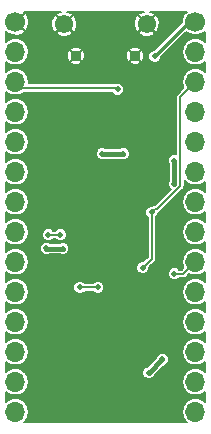
<source format=gbr>
G04 #@! TF.GenerationSoftware,KiCad,Pcbnew,(5.0.0-rc2-dev-252-gb5f1fdd98)*
G04 #@! TF.CreationDate,2018-04-01T12:07:08-07:00*
G04 #@! TF.ProjectId,smolfpga,736D6F6C667067612E6B696361645F70,rev?*
G04 #@! TF.SameCoordinates,Original*
G04 #@! TF.FileFunction,Copper,L2,Bot,Signal*
G04 #@! TF.FilePolarity,Positive*
%FSLAX46Y46*%
G04 Gerber Fmt 4.6, Leading zero omitted, Abs format (unit mm)*
G04 Created by KiCad (PCBNEW (5.0.0-rc2-dev-252-gb5f1fdd98)) date 04/01/18 12:07:08*
%MOMM*%
%LPD*%
G01*
G04 APERTURE LIST*
%ADD10O,1.700000X1.700000*%
%ADD11C,1.700000*%
%ADD12C,0.950000*%
%ADD13C,1.550000*%
%ADD14C,0.508000*%
%ADD15C,0.127000*%
%ADD16C,0.381000*%
%ADD17C,0.254000*%
%ADD18C,0.203200*%
%ADD19C,0.200000*%
G04 APERTURE END LIST*
D10*
X140970000Y-116840000D03*
X140970000Y-114300000D03*
X140970000Y-111760000D03*
X140970000Y-109220000D03*
X140970000Y-106680000D03*
X140970000Y-104140000D03*
X140970000Y-101600000D03*
X140970000Y-99060000D03*
X140970000Y-96520000D03*
X140970000Y-93980000D03*
X140970000Y-91440000D03*
X140970000Y-88900000D03*
X140970000Y-86360000D03*
D11*
X140970000Y-83820000D03*
X125730000Y-83820000D03*
D10*
X125730000Y-86360000D03*
X125730000Y-88900000D03*
X125730000Y-91440000D03*
X125730000Y-93980000D03*
X125730000Y-96520000D03*
X125730000Y-99060000D03*
X125730000Y-101600000D03*
X125730000Y-104140000D03*
X125730000Y-106680000D03*
X125730000Y-109220000D03*
X125730000Y-111760000D03*
X125730000Y-114300000D03*
X125730000Y-116840000D03*
D12*
X135850000Y-86694000D03*
X130850000Y-86694000D03*
D13*
X136850000Y-83994000D03*
X129850000Y-83994000D03*
D14*
X128524000Y-101854000D03*
X129540000Y-101854000D03*
X133350000Y-105537000D03*
X131953000Y-87757000D03*
X133331077Y-98552000D03*
X128524000Y-112649000D03*
X135289614Y-97408614D03*
X134366000Y-90297000D03*
X134747000Y-103759000D03*
X137795000Y-102266000D03*
X137456000Y-108828000D03*
X133551000Y-108585000D03*
X137302454Y-98844400D03*
X131022000Y-103877200D03*
X136271000Y-114022000D03*
X130429000Y-115316000D03*
X138038000Y-92033000D03*
X138176000Y-88466000D03*
X130545000Y-97367000D03*
X129402000Y-97409000D03*
X131710000Y-104182000D03*
X129286000Y-114681000D03*
X138176000Y-112395000D03*
X137033000Y-113538000D03*
X139192000Y-97536000D03*
X139192000Y-95567480D03*
X128350989Y-102997000D03*
X129748009Y-103005240D03*
X133077067Y-94996000D03*
X134874000Y-94996000D03*
X137287000Y-99949000D03*
X136525000Y-104648000D03*
X137541000Y-86741000D03*
X139192000Y-105156000D03*
X134375220Y-89535000D03*
X131191000Y-106299000D03*
X132715000Y-106299000D03*
D15*
X129540000Y-101854000D02*
X128524000Y-101854000D01*
D16*
X139192000Y-95567480D02*
X139192000Y-97536000D01*
X137033000Y-113538000D02*
X138176000Y-112395000D01*
D15*
X128359229Y-103005240D02*
X128350989Y-102997000D01*
D16*
X129748009Y-103005240D02*
X128359229Y-103005240D01*
X134874000Y-94996000D02*
X133077067Y-94996000D01*
D15*
X137287000Y-99949000D02*
X137540999Y-99695001D01*
X137540999Y-99695001D02*
X137690861Y-99695001D01*
X137690861Y-99695001D02*
X139700000Y-97685862D01*
X139700000Y-97685862D02*
X139700000Y-90170000D01*
X139700000Y-90170000D02*
X140970000Y-88900000D01*
X137287000Y-99949000D02*
X137287000Y-103886000D01*
X137287000Y-103886000D02*
X136525000Y-104648000D01*
D17*
X137541000Y-86741000D02*
X140462000Y-83820000D01*
X140462000Y-83820000D02*
X140970000Y-83820000D01*
D15*
X131191000Y-106299000D02*
X132715000Y-106299000D01*
X139192000Y-105156000D02*
X139954000Y-105156000D01*
X139954000Y-105156000D02*
X140970000Y-104140000D01*
X140462000Y-103632000D02*
X140970000Y-104140000D01*
D18*
X134375220Y-89421067D02*
X126251067Y-89421067D01*
X126251067Y-89421067D02*
X125730000Y-88900000D01*
D19*
G36*
X129273053Y-83062077D02*
X129209803Y-83104339D01*
X129131546Y-83268475D01*
X129850000Y-83986929D01*
X130568454Y-83268475D01*
X130490197Y-83104339D01*
X130138179Y-82944000D01*
X136588673Y-82944000D01*
X136273053Y-83062077D01*
X136209803Y-83104339D01*
X136131546Y-83268475D01*
X136850000Y-83986929D01*
X137568454Y-83268475D01*
X137490197Y-83104339D01*
X137138179Y-82944000D01*
X140219654Y-82944000D01*
X139995077Y-83168577D01*
X139820000Y-83591251D01*
X139820000Y-83858131D01*
X137491132Y-86187000D01*
X137430802Y-86187000D01*
X137227184Y-86271341D01*
X137071341Y-86427184D01*
X136987000Y-86630802D01*
X136987000Y-86851198D01*
X137071341Y-87054816D01*
X137227184Y-87210659D01*
X137430802Y-87295000D01*
X137651198Y-87295000D01*
X137854816Y-87210659D01*
X138010659Y-87054816D01*
X138095000Y-86851198D01*
X138095000Y-86790868D01*
X140204761Y-84681107D01*
X140318577Y-84794923D01*
X140741251Y-84970000D01*
X141198749Y-84970000D01*
X141621423Y-84794923D01*
X141750000Y-84666346D01*
X141750000Y-85498087D01*
X141418707Y-85276724D01*
X141083261Y-85210000D01*
X140856739Y-85210000D01*
X140521293Y-85276724D01*
X140140897Y-85530897D01*
X139886724Y-85911293D01*
X139797471Y-86360000D01*
X139886724Y-86808707D01*
X140140897Y-87189103D01*
X140521293Y-87443276D01*
X140856739Y-87510000D01*
X141083261Y-87510000D01*
X141418707Y-87443276D01*
X141750000Y-87221913D01*
X141750000Y-88038087D01*
X141418707Y-87816724D01*
X141083261Y-87750000D01*
X140856739Y-87750000D01*
X140521293Y-87816724D01*
X140140897Y-88070897D01*
X139886724Y-88451293D01*
X139797471Y-88900000D01*
X139886724Y-89348707D01*
X139934991Y-89420943D01*
X139468285Y-89887650D01*
X139437932Y-89907931D01*
X139375631Y-90001172D01*
X139357591Y-90028170D01*
X139329379Y-90170000D01*
X139336501Y-90205804D01*
X139336500Y-95027688D01*
X139302198Y-95013480D01*
X139081802Y-95013480D01*
X138878184Y-95097821D01*
X138722341Y-95253664D01*
X138638000Y-95457282D01*
X138638000Y-95677678D01*
X138701500Y-95830982D01*
X138701501Y-97272497D01*
X138638000Y-97425802D01*
X138638000Y-97646198D01*
X138722341Y-97849816D01*
X138872160Y-97999635D01*
X137546352Y-99325445D01*
X137540999Y-99324380D01*
X137505200Y-99331501D01*
X137505199Y-99331501D01*
X137399168Y-99352592D01*
X137335700Y-99395000D01*
X137176802Y-99395000D01*
X136973184Y-99479341D01*
X136817341Y-99635184D01*
X136733000Y-99838802D01*
X136733000Y-100059198D01*
X136817341Y-100262816D01*
X136923500Y-100368975D01*
X136923501Y-103735433D01*
X136564935Y-104094000D01*
X136414802Y-104094000D01*
X136211184Y-104178341D01*
X136055341Y-104334184D01*
X135971000Y-104537802D01*
X135971000Y-104758198D01*
X136055341Y-104961816D01*
X136211184Y-105117659D01*
X136414802Y-105202000D01*
X136635198Y-105202000D01*
X136838816Y-105117659D01*
X136994659Y-104961816D01*
X137079000Y-104758198D01*
X137079000Y-104608065D01*
X137518715Y-104168350D01*
X137549069Y-104148069D01*
X137629409Y-104027831D01*
X137650500Y-103921800D01*
X137650500Y-103921799D01*
X137657621Y-103886000D01*
X137650500Y-103850201D01*
X137650500Y-100368975D01*
X137756659Y-100262816D01*
X137841000Y-100059198D01*
X137841000Y-100031859D01*
X137952930Y-99957070D01*
X137973213Y-99926714D01*
X139931721Y-97968208D01*
X139962068Y-97947931D01*
X139982346Y-97917583D01*
X139982348Y-97917581D01*
X140011797Y-97873506D01*
X140042409Y-97827693D01*
X140063500Y-97721662D01*
X140063500Y-97721661D01*
X140070621Y-97685862D01*
X140063500Y-97650063D01*
X140063500Y-97233270D01*
X140140897Y-97349103D01*
X140521293Y-97603276D01*
X140856739Y-97670000D01*
X141083261Y-97670000D01*
X141418707Y-97603276D01*
X141750000Y-97381913D01*
X141750000Y-98198087D01*
X141418707Y-97976724D01*
X141083261Y-97910000D01*
X140856739Y-97910000D01*
X140521293Y-97976724D01*
X140140897Y-98230897D01*
X139886724Y-98611293D01*
X139797471Y-99060000D01*
X139886724Y-99508707D01*
X140140897Y-99889103D01*
X140521293Y-100143276D01*
X140856739Y-100210000D01*
X141083261Y-100210000D01*
X141418707Y-100143276D01*
X141750000Y-99921913D01*
X141750000Y-100738087D01*
X141418707Y-100516724D01*
X141083261Y-100450000D01*
X140856739Y-100450000D01*
X140521293Y-100516724D01*
X140140897Y-100770897D01*
X139886724Y-101151293D01*
X139797471Y-101600000D01*
X139886724Y-102048707D01*
X140140897Y-102429103D01*
X140521293Y-102683276D01*
X140856739Y-102750000D01*
X141083261Y-102750000D01*
X141418707Y-102683276D01*
X141750000Y-102461913D01*
X141750000Y-103278087D01*
X141418707Y-103056724D01*
X141083261Y-102990000D01*
X140856739Y-102990000D01*
X140521293Y-103056724D01*
X140140897Y-103310897D01*
X139886724Y-103691293D01*
X139797471Y-104140000D01*
X139886724Y-104588707D01*
X139934991Y-104660944D01*
X139803435Y-104792500D01*
X139611975Y-104792500D01*
X139505816Y-104686341D01*
X139302198Y-104602000D01*
X139081802Y-104602000D01*
X138878184Y-104686341D01*
X138722341Y-104842184D01*
X138638000Y-105045802D01*
X138638000Y-105266198D01*
X138722341Y-105469816D01*
X138878184Y-105625659D01*
X139081802Y-105710000D01*
X139302198Y-105710000D01*
X139505816Y-105625659D01*
X139611975Y-105519500D01*
X139918201Y-105519500D01*
X139954000Y-105526621D01*
X139989799Y-105519500D01*
X139989800Y-105519500D01*
X140095831Y-105498409D01*
X140216069Y-105418069D01*
X140236352Y-105387713D01*
X140449056Y-105175009D01*
X140521293Y-105223276D01*
X140856739Y-105290000D01*
X141083261Y-105290000D01*
X141418707Y-105223276D01*
X141750000Y-105001913D01*
X141750000Y-105818087D01*
X141418707Y-105596724D01*
X141083261Y-105530000D01*
X140856739Y-105530000D01*
X140521293Y-105596724D01*
X140140897Y-105850897D01*
X139886724Y-106231293D01*
X139797471Y-106680000D01*
X139886724Y-107128707D01*
X140140897Y-107509103D01*
X140521293Y-107763276D01*
X140856739Y-107830000D01*
X141083261Y-107830000D01*
X141418707Y-107763276D01*
X141750000Y-107541913D01*
X141750000Y-108358087D01*
X141418707Y-108136724D01*
X141083261Y-108070000D01*
X140856739Y-108070000D01*
X140521293Y-108136724D01*
X140140897Y-108390897D01*
X139886724Y-108771293D01*
X139797471Y-109220000D01*
X139886724Y-109668707D01*
X140140897Y-110049103D01*
X140521293Y-110303276D01*
X140856739Y-110370000D01*
X141083261Y-110370000D01*
X141418707Y-110303276D01*
X141750000Y-110081913D01*
X141750000Y-110898087D01*
X141418707Y-110676724D01*
X141083261Y-110610000D01*
X140856739Y-110610000D01*
X140521293Y-110676724D01*
X140140897Y-110930897D01*
X139886724Y-111311293D01*
X139797471Y-111760000D01*
X139886724Y-112208707D01*
X140140897Y-112589103D01*
X140521293Y-112843276D01*
X140856739Y-112910000D01*
X141083261Y-112910000D01*
X141418707Y-112843276D01*
X141750000Y-112621913D01*
X141750000Y-113438087D01*
X141418707Y-113216724D01*
X141083261Y-113150000D01*
X140856739Y-113150000D01*
X140521293Y-113216724D01*
X140140897Y-113470897D01*
X139886724Y-113851293D01*
X139797471Y-114300000D01*
X139886724Y-114748707D01*
X140140897Y-115129103D01*
X140521293Y-115383276D01*
X140856739Y-115450000D01*
X141083261Y-115450000D01*
X141418707Y-115383276D01*
X141750000Y-115161913D01*
X141750000Y-115978087D01*
X141418707Y-115756724D01*
X141083261Y-115690000D01*
X140856739Y-115690000D01*
X140521293Y-115756724D01*
X140140897Y-116010897D01*
X139886724Y-116391293D01*
X139797471Y-116840000D01*
X139886724Y-117288707D01*
X140140897Y-117669103D01*
X140239519Y-117735000D01*
X126460481Y-117735000D01*
X126559103Y-117669103D01*
X126813276Y-117288707D01*
X126902529Y-116840000D01*
X126813276Y-116391293D01*
X126559103Y-116010897D01*
X126178707Y-115756724D01*
X125843261Y-115690000D01*
X125616739Y-115690000D01*
X125281293Y-115756724D01*
X124950000Y-115978087D01*
X124950000Y-115161913D01*
X125281293Y-115383276D01*
X125616739Y-115450000D01*
X125843261Y-115450000D01*
X126178707Y-115383276D01*
X126559103Y-115129103D01*
X126813276Y-114748707D01*
X126902529Y-114300000D01*
X126813276Y-113851293D01*
X126559103Y-113470897D01*
X126494607Y-113427802D01*
X136479000Y-113427802D01*
X136479000Y-113648198D01*
X136563341Y-113851816D01*
X136719184Y-114007659D01*
X136922802Y-114092000D01*
X137143198Y-114092000D01*
X137346816Y-114007659D01*
X137502659Y-113851816D01*
X137566159Y-113698512D01*
X138336513Y-112928159D01*
X138489816Y-112864659D01*
X138645659Y-112708816D01*
X138730000Y-112505198D01*
X138730000Y-112284802D01*
X138645659Y-112081184D01*
X138489816Y-111925341D01*
X138286198Y-111841000D01*
X138065802Y-111841000D01*
X137862184Y-111925341D01*
X137706341Y-112081184D01*
X137642841Y-112234487D01*
X136872488Y-113004841D01*
X136719184Y-113068341D01*
X136563341Y-113224184D01*
X136479000Y-113427802D01*
X126494607Y-113427802D01*
X126178707Y-113216724D01*
X125843261Y-113150000D01*
X125616739Y-113150000D01*
X125281293Y-113216724D01*
X124950000Y-113438087D01*
X124950000Y-112621913D01*
X125281293Y-112843276D01*
X125616739Y-112910000D01*
X125843261Y-112910000D01*
X126178707Y-112843276D01*
X126559103Y-112589103D01*
X126813276Y-112208707D01*
X126902529Y-111760000D01*
X126813276Y-111311293D01*
X126559103Y-110930897D01*
X126178707Y-110676724D01*
X125843261Y-110610000D01*
X125616739Y-110610000D01*
X125281293Y-110676724D01*
X124950000Y-110898087D01*
X124950000Y-110081913D01*
X125281293Y-110303276D01*
X125616739Y-110370000D01*
X125843261Y-110370000D01*
X126178707Y-110303276D01*
X126559103Y-110049103D01*
X126813276Y-109668707D01*
X126902529Y-109220000D01*
X126813276Y-108771293D01*
X126559103Y-108390897D01*
X126178707Y-108136724D01*
X125843261Y-108070000D01*
X125616739Y-108070000D01*
X125281293Y-108136724D01*
X124950000Y-108358087D01*
X124950000Y-107541913D01*
X125281293Y-107763276D01*
X125616739Y-107830000D01*
X125843261Y-107830000D01*
X126178707Y-107763276D01*
X126559103Y-107509103D01*
X126813276Y-107128707D01*
X126902529Y-106680000D01*
X126813276Y-106231293D01*
X126784885Y-106188802D01*
X130637000Y-106188802D01*
X130637000Y-106409198D01*
X130721341Y-106612816D01*
X130877184Y-106768659D01*
X131080802Y-106853000D01*
X131301198Y-106853000D01*
X131504816Y-106768659D01*
X131610975Y-106662500D01*
X132295025Y-106662500D01*
X132401184Y-106768659D01*
X132604802Y-106853000D01*
X132825198Y-106853000D01*
X133028816Y-106768659D01*
X133184659Y-106612816D01*
X133269000Y-106409198D01*
X133269000Y-106188802D01*
X133184659Y-105985184D01*
X133028816Y-105829341D01*
X132825198Y-105745000D01*
X132604802Y-105745000D01*
X132401184Y-105829341D01*
X132295025Y-105935500D01*
X131610975Y-105935500D01*
X131504816Y-105829341D01*
X131301198Y-105745000D01*
X131080802Y-105745000D01*
X130877184Y-105829341D01*
X130721341Y-105985184D01*
X130637000Y-106188802D01*
X126784885Y-106188802D01*
X126559103Y-105850897D01*
X126178707Y-105596724D01*
X125843261Y-105530000D01*
X125616739Y-105530000D01*
X125281293Y-105596724D01*
X124950000Y-105818087D01*
X124950000Y-105001913D01*
X125281293Y-105223276D01*
X125616739Y-105290000D01*
X125843261Y-105290000D01*
X126178707Y-105223276D01*
X126559103Y-104969103D01*
X126813276Y-104588707D01*
X126902529Y-104140000D01*
X126813276Y-103691293D01*
X126559103Y-103310897D01*
X126178707Y-103056724D01*
X125843261Y-102990000D01*
X125616739Y-102990000D01*
X125281293Y-103056724D01*
X124950000Y-103278087D01*
X124950000Y-102886802D01*
X127796989Y-102886802D01*
X127796989Y-103107198D01*
X127881330Y-103310816D01*
X128037173Y-103466659D01*
X128240791Y-103551000D01*
X128461187Y-103551000D01*
X128594597Y-103495740D01*
X129484508Y-103495740D01*
X129637811Y-103559240D01*
X129858207Y-103559240D01*
X130061825Y-103474899D01*
X130217668Y-103319056D01*
X130302009Y-103115438D01*
X130302009Y-102895042D01*
X130217668Y-102691424D01*
X130061825Y-102535581D01*
X129858207Y-102451240D01*
X129637811Y-102451240D01*
X129484508Y-102514740D01*
X128634383Y-102514740D01*
X128461187Y-102443000D01*
X128240791Y-102443000D01*
X128037173Y-102527341D01*
X127881330Y-102683184D01*
X127796989Y-102886802D01*
X124950000Y-102886802D01*
X124950000Y-102461913D01*
X125281293Y-102683276D01*
X125616739Y-102750000D01*
X125843261Y-102750000D01*
X126178707Y-102683276D01*
X126559103Y-102429103D01*
X126813276Y-102048707D01*
X126873925Y-101743802D01*
X127970000Y-101743802D01*
X127970000Y-101964198D01*
X128054341Y-102167816D01*
X128210184Y-102323659D01*
X128413802Y-102408000D01*
X128634198Y-102408000D01*
X128837816Y-102323659D01*
X128943975Y-102217500D01*
X129120025Y-102217500D01*
X129226184Y-102323659D01*
X129429802Y-102408000D01*
X129650198Y-102408000D01*
X129853816Y-102323659D01*
X130009659Y-102167816D01*
X130094000Y-101964198D01*
X130094000Y-101743802D01*
X130009659Y-101540184D01*
X129853816Y-101384341D01*
X129650198Y-101300000D01*
X129429802Y-101300000D01*
X129226184Y-101384341D01*
X129120025Y-101490500D01*
X128943975Y-101490500D01*
X128837816Y-101384341D01*
X128634198Y-101300000D01*
X128413802Y-101300000D01*
X128210184Y-101384341D01*
X128054341Y-101540184D01*
X127970000Y-101743802D01*
X126873925Y-101743802D01*
X126902529Y-101600000D01*
X126813276Y-101151293D01*
X126559103Y-100770897D01*
X126178707Y-100516724D01*
X125843261Y-100450000D01*
X125616739Y-100450000D01*
X125281293Y-100516724D01*
X124950000Y-100738087D01*
X124950000Y-99921913D01*
X125281293Y-100143276D01*
X125616739Y-100210000D01*
X125843261Y-100210000D01*
X126178707Y-100143276D01*
X126559103Y-99889103D01*
X126813276Y-99508707D01*
X126902529Y-99060000D01*
X126813276Y-98611293D01*
X126559103Y-98230897D01*
X126178707Y-97976724D01*
X125843261Y-97910000D01*
X125616739Y-97910000D01*
X125281293Y-97976724D01*
X124950000Y-98198087D01*
X124950000Y-97381913D01*
X125281293Y-97603276D01*
X125616739Y-97670000D01*
X125843261Y-97670000D01*
X126178707Y-97603276D01*
X126559103Y-97349103D01*
X126813276Y-96968707D01*
X126902529Y-96520000D01*
X126813276Y-96071293D01*
X126559103Y-95690897D01*
X126178707Y-95436724D01*
X125843261Y-95370000D01*
X125616739Y-95370000D01*
X125281293Y-95436724D01*
X124950000Y-95658087D01*
X124950000Y-94841913D01*
X125281293Y-95063276D01*
X125616739Y-95130000D01*
X125843261Y-95130000D01*
X126178707Y-95063276D01*
X126444315Y-94885802D01*
X132523067Y-94885802D01*
X132523067Y-95106198D01*
X132607408Y-95309816D01*
X132763251Y-95465659D01*
X132966869Y-95550000D01*
X133187265Y-95550000D01*
X133340568Y-95486500D01*
X134610499Y-95486500D01*
X134763802Y-95550000D01*
X134984198Y-95550000D01*
X135187816Y-95465659D01*
X135343659Y-95309816D01*
X135428000Y-95106198D01*
X135428000Y-94885802D01*
X135343659Y-94682184D01*
X135187816Y-94526341D01*
X134984198Y-94442000D01*
X134763802Y-94442000D01*
X134610499Y-94505500D01*
X133340568Y-94505500D01*
X133187265Y-94442000D01*
X132966869Y-94442000D01*
X132763251Y-94526341D01*
X132607408Y-94682184D01*
X132523067Y-94885802D01*
X126444315Y-94885802D01*
X126559103Y-94809103D01*
X126813276Y-94428707D01*
X126902529Y-93980000D01*
X126813276Y-93531293D01*
X126559103Y-93150897D01*
X126178707Y-92896724D01*
X125843261Y-92830000D01*
X125616739Y-92830000D01*
X125281293Y-92896724D01*
X124950000Y-93118087D01*
X124950000Y-92301913D01*
X125281293Y-92523276D01*
X125616739Y-92590000D01*
X125843261Y-92590000D01*
X126178707Y-92523276D01*
X126559103Y-92269103D01*
X126813276Y-91888707D01*
X126902529Y-91440000D01*
X126813276Y-90991293D01*
X126559103Y-90610897D01*
X126178707Y-90356724D01*
X125843261Y-90290000D01*
X125616739Y-90290000D01*
X125281293Y-90356724D01*
X124950000Y-90578087D01*
X124950000Y-89761913D01*
X125281293Y-89983276D01*
X125616739Y-90050000D01*
X125843261Y-90050000D01*
X126178707Y-89983276D01*
X126419075Y-89822667D01*
X133894730Y-89822667D01*
X133905561Y-89848816D01*
X134061404Y-90004659D01*
X134265022Y-90089000D01*
X134485418Y-90089000D01*
X134689036Y-90004659D01*
X134844879Y-89848816D01*
X134929220Y-89645198D01*
X134929220Y-89424802D01*
X134844879Y-89221184D01*
X134689036Y-89065341D01*
X134485418Y-88981000D01*
X134265022Y-88981000D01*
X134172154Y-89019467D01*
X126878766Y-89019467D01*
X126902529Y-88900000D01*
X126813276Y-88451293D01*
X126559103Y-88070897D01*
X126178707Y-87816724D01*
X125843261Y-87750000D01*
X125616739Y-87750000D01*
X125281293Y-87816724D01*
X124950000Y-88038087D01*
X124950000Y-87221913D01*
X125281293Y-87443276D01*
X125616739Y-87510000D01*
X125843261Y-87510000D01*
X126178707Y-87443276D01*
X126537954Y-87203234D01*
X130347837Y-87203234D01*
X130389596Y-87336198D01*
X130670401Y-87463503D01*
X130978548Y-87473657D01*
X131267125Y-87365116D01*
X131310404Y-87336198D01*
X131352163Y-87203234D01*
X135347837Y-87203234D01*
X135389596Y-87336198D01*
X135670401Y-87463503D01*
X135978548Y-87473657D01*
X136267125Y-87365116D01*
X136310404Y-87336198D01*
X136352163Y-87203234D01*
X135850000Y-86701071D01*
X135347837Y-87203234D01*
X131352163Y-87203234D01*
X130850000Y-86701071D01*
X130347837Y-87203234D01*
X126537954Y-87203234D01*
X126559103Y-87189103D01*
X126804027Y-86822548D01*
X130070343Y-86822548D01*
X130178884Y-87111125D01*
X130207802Y-87154404D01*
X130340766Y-87196163D01*
X130842929Y-86694000D01*
X130857071Y-86694000D01*
X131359234Y-87196163D01*
X131492198Y-87154404D01*
X131619503Y-86873599D01*
X131621185Y-86822548D01*
X135070343Y-86822548D01*
X135178884Y-87111125D01*
X135207802Y-87154404D01*
X135340766Y-87196163D01*
X135842929Y-86694000D01*
X135857071Y-86694000D01*
X136359234Y-87196163D01*
X136492198Y-87154404D01*
X136619503Y-86873599D01*
X136629657Y-86565452D01*
X136521116Y-86276875D01*
X136492198Y-86233596D01*
X136359234Y-86191837D01*
X135857071Y-86694000D01*
X135842929Y-86694000D01*
X135340766Y-86191837D01*
X135207802Y-86233596D01*
X135080497Y-86514401D01*
X135070343Y-86822548D01*
X131621185Y-86822548D01*
X131629657Y-86565452D01*
X131521116Y-86276875D01*
X131492198Y-86233596D01*
X131359234Y-86191837D01*
X130857071Y-86694000D01*
X130842929Y-86694000D01*
X130340766Y-86191837D01*
X130207802Y-86233596D01*
X130080497Y-86514401D01*
X130070343Y-86822548D01*
X126804027Y-86822548D01*
X126813276Y-86808707D01*
X126902529Y-86360000D01*
X126867673Y-86184766D01*
X130347837Y-86184766D01*
X130850000Y-86686929D01*
X131352163Y-86184766D01*
X135347837Y-86184766D01*
X135850000Y-86686929D01*
X136352163Y-86184766D01*
X136310404Y-86051802D01*
X136029599Y-85924497D01*
X135721452Y-85914343D01*
X135432875Y-86022884D01*
X135389596Y-86051802D01*
X135347837Y-86184766D01*
X131352163Y-86184766D01*
X131310404Y-86051802D01*
X131029599Y-85924497D01*
X130721452Y-85914343D01*
X130432875Y-86022884D01*
X130389596Y-86051802D01*
X130347837Y-86184766D01*
X126867673Y-86184766D01*
X126813276Y-85911293D01*
X126559103Y-85530897D01*
X126178707Y-85276724D01*
X125843261Y-85210000D01*
X125616739Y-85210000D01*
X125281293Y-85276724D01*
X124950000Y-85498087D01*
X124950000Y-84607074D01*
X124957473Y-84599601D01*
X125044856Y-84771527D01*
X125461143Y-84961289D01*
X125918361Y-84977301D01*
X126346903Y-84817125D01*
X126415144Y-84771527D01*
X126441574Y-84719525D01*
X129131546Y-84719525D01*
X129209803Y-84883661D01*
X129598994Y-85060932D01*
X130026398Y-85075773D01*
X130426947Y-84925923D01*
X130490197Y-84883661D01*
X130568454Y-84719525D01*
X136131546Y-84719525D01*
X136209803Y-84883661D01*
X136598994Y-85060932D01*
X137026398Y-85075773D01*
X137426947Y-84925923D01*
X137490197Y-84883661D01*
X137568454Y-84719525D01*
X136850000Y-84001071D01*
X136131546Y-84719525D01*
X130568454Y-84719525D01*
X129850000Y-84001071D01*
X129131546Y-84719525D01*
X126441574Y-84719525D01*
X126502528Y-84599599D01*
X125730000Y-83827071D01*
X125715858Y-83841214D01*
X125708787Y-83834143D01*
X125722929Y-83820000D01*
X125737071Y-83820000D01*
X126509599Y-84592528D01*
X126681527Y-84505144D01*
X126834119Y-84170398D01*
X128768227Y-84170398D01*
X128918077Y-84570947D01*
X128960339Y-84634197D01*
X129124475Y-84712454D01*
X129842929Y-83994000D01*
X129857071Y-83994000D01*
X130575525Y-84712454D01*
X130739661Y-84634197D01*
X130916932Y-84245006D01*
X130919522Y-84170398D01*
X135768227Y-84170398D01*
X135918077Y-84570947D01*
X135960339Y-84634197D01*
X136124475Y-84712454D01*
X136842929Y-83994000D01*
X136857071Y-83994000D01*
X137575525Y-84712454D01*
X137739661Y-84634197D01*
X137916932Y-84245006D01*
X137931773Y-83817602D01*
X137781923Y-83417053D01*
X137739661Y-83353803D01*
X137575525Y-83275546D01*
X136857071Y-83994000D01*
X136842929Y-83994000D01*
X136124475Y-83275546D01*
X135960339Y-83353803D01*
X135783068Y-83742994D01*
X135768227Y-84170398D01*
X130919522Y-84170398D01*
X130931773Y-83817602D01*
X130781923Y-83417053D01*
X130739661Y-83353803D01*
X130575525Y-83275546D01*
X129857071Y-83994000D01*
X129842929Y-83994000D01*
X129124475Y-83275546D01*
X128960339Y-83353803D01*
X128783068Y-83742994D01*
X128768227Y-84170398D01*
X126834119Y-84170398D01*
X126871289Y-84088857D01*
X126887301Y-83631639D01*
X126727125Y-83203097D01*
X126681527Y-83134856D01*
X126509599Y-83047472D01*
X125737071Y-83820000D01*
X125722929Y-83820000D01*
X125708787Y-83805858D01*
X125715858Y-83798787D01*
X125730000Y-83812929D01*
X126502528Y-83040401D01*
X126453531Y-82944000D01*
X129588673Y-82944000D01*
X129273053Y-83062077D01*
X129273053Y-83062077D01*
G37*
X129273053Y-83062077D02*
X129209803Y-83104339D01*
X129131546Y-83268475D01*
X129850000Y-83986929D01*
X130568454Y-83268475D01*
X130490197Y-83104339D01*
X130138179Y-82944000D01*
X136588673Y-82944000D01*
X136273053Y-83062077D01*
X136209803Y-83104339D01*
X136131546Y-83268475D01*
X136850000Y-83986929D01*
X137568454Y-83268475D01*
X137490197Y-83104339D01*
X137138179Y-82944000D01*
X140219654Y-82944000D01*
X139995077Y-83168577D01*
X139820000Y-83591251D01*
X139820000Y-83858131D01*
X137491132Y-86187000D01*
X137430802Y-86187000D01*
X137227184Y-86271341D01*
X137071341Y-86427184D01*
X136987000Y-86630802D01*
X136987000Y-86851198D01*
X137071341Y-87054816D01*
X137227184Y-87210659D01*
X137430802Y-87295000D01*
X137651198Y-87295000D01*
X137854816Y-87210659D01*
X138010659Y-87054816D01*
X138095000Y-86851198D01*
X138095000Y-86790868D01*
X140204761Y-84681107D01*
X140318577Y-84794923D01*
X140741251Y-84970000D01*
X141198749Y-84970000D01*
X141621423Y-84794923D01*
X141750000Y-84666346D01*
X141750000Y-85498087D01*
X141418707Y-85276724D01*
X141083261Y-85210000D01*
X140856739Y-85210000D01*
X140521293Y-85276724D01*
X140140897Y-85530897D01*
X139886724Y-85911293D01*
X139797471Y-86360000D01*
X139886724Y-86808707D01*
X140140897Y-87189103D01*
X140521293Y-87443276D01*
X140856739Y-87510000D01*
X141083261Y-87510000D01*
X141418707Y-87443276D01*
X141750000Y-87221913D01*
X141750000Y-88038087D01*
X141418707Y-87816724D01*
X141083261Y-87750000D01*
X140856739Y-87750000D01*
X140521293Y-87816724D01*
X140140897Y-88070897D01*
X139886724Y-88451293D01*
X139797471Y-88900000D01*
X139886724Y-89348707D01*
X139934991Y-89420943D01*
X139468285Y-89887650D01*
X139437932Y-89907931D01*
X139375631Y-90001172D01*
X139357591Y-90028170D01*
X139329379Y-90170000D01*
X139336501Y-90205804D01*
X139336500Y-95027688D01*
X139302198Y-95013480D01*
X139081802Y-95013480D01*
X138878184Y-95097821D01*
X138722341Y-95253664D01*
X138638000Y-95457282D01*
X138638000Y-95677678D01*
X138701500Y-95830982D01*
X138701501Y-97272497D01*
X138638000Y-97425802D01*
X138638000Y-97646198D01*
X138722341Y-97849816D01*
X138872160Y-97999635D01*
X137546352Y-99325445D01*
X137540999Y-99324380D01*
X137505200Y-99331501D01*
X137505199Y-99331501D01*
X137399168Y-99352592D01*
X137335700Y-99395000D01*
X137176802Y-99395000D01*
X136973184Y-99479341D01*
X136817341Y-99635184D01*
X136733000Y-99838802D01*
X136733000Y-100059198D01*
X136817341Y-100262816D01*
X136923500Y-100368975D01*
X136923501Y-103735433D01*
X136564935Y-104094000D01*
X136414802Y-104094000D01*
X136211184Y-104178341D01*
X136055341Y-104334184D01*
X135971000Y-104537802D01*
X135971000Y-104758198D01*
X136055341Y-104961816D01*
X136211184Y-105117659D01*
X136414802Y-105202000D01*
X136635198Y-105202000D01*
X136838816Y-105117659D01*
X136994659Y-104961816D01*
X137079000Y-104758198D01*
X137079000Y-104608065D01*
X137518715Y-104168350D01*
X137549069Y-104148069D01*
X137629409Y-104027831D01*
X137650500Y-103921800D01*
X137650500Y-103921799D01*
X137657621Y-103886000D01*
X137650500Y-103850201D01*
X137650500Y-100368975D01*
X137756659Y-100262816D01*
X137841000Y-100059198D01*
X137841000Y-100031859D01*
X137952930Y-99957070D01*
X137973213Y-99926714D01*
X139931721Y-97968208D01*
X139962068Y-97947931D01*
X139982346Y-97917583D01*
X139982348Y-97917581D01*
X140011797Y-97873506D01*
X140042409Y-97827693D01*
X140063500Y-97721662D01*
X140063500Y-97721661D01*
X140070621Y-97685862D01*
X140063500Y-97650063D01*
X140063500Y-97233270D01*
X140140897Y-97349103D01*
X140521293Y-97603276D01*
X140856739Y-97670000D01*
X141083261Y-97670000D01*
X141418707Y-97603276D01*
X141750000Y-97381913D01*
X141750000Y-98198087D01*
X141418707Y-97976724D01*
X141083261Y-97910000D01*
X140856739Y-97910000D01*
X140521293Y-97976724D01*
X140140897Y-98230897D01*
X139886724Y-98611293D01*
X139797471Y-99060000D01*
X139886724Y-99508707D01*
X140140897Y-99889103D01*
X140521293Y-100143276D01*
X140856739Y-100210000D01*
X141083261Y-100210000D01*
X141418707Y-100143276D01*
X141750000Y-99921913D01*
X141750000Y-100738087D01*
X141418707Y-100516724D01*
X141083261Y-100450000D01*
X140856739Y-100450000D01*
X140521293Y-100516724D01*
X140140897Y-100770897D01*
X139886724Y-101151293D01*
X139797471Y-101600000D01*
X139886724Y-102048707D01*
X140140897Y-102429103D01*
X140521293Y-102683276D01*
X140856739Y-102750000D01*
X141083261Y-102750000D01*
X141418707Y-102683276D01*
X141750000Y-102461913D01*
X141750000Y-103278087D01*
X141418707Y-103056724D01*
X141083261Y-102990000D01*
X140856739Y-102990000D01*
X140521293Y-103056724D01*
X140140897Y-103310897D01*
X139886724Y-103691293D01*
X139797471Y-104140000D01*
X139886724Y-104588707D01*
X139934991Y-104660944D01*
X139803435Y-104792500D01*
X139611975Y-104792500D01*
X139505816Y-104686341D01*
X139302198Y-104602000D01*
X139081802Y-104602000D01*
X138878184Y-104686341D01*
X138722341Y-104842184D01*
X138638000Y-105045802D01*
X138638000Y-105266198D01*
X138722341Y-105469816D01*
X138878184Y-105625659D01*
X139081802Y-105710000D01*
X139302198Y-105710000D01*
X139505816Y-105625659D01*
X139611975Y-105519500D01*
X139918201Y-105519500D01*
X139954000Y-105526621D01*
X139989799Y-105519500D01*
X139989800Y-105519500D01*
X140095831Y-105498409D01*
X140216069Y-105418069D01*
X140236352Y-105387713D01*
X140449056Y-105175009D01*
X140521293Y-105223276D01*
X140856739Y-105290000D01*
X141083261Y-105290000D01*
X141418707Y-105223276D01*
X141750000Y-105001913D01*
X141750000Y-105818087D01*
X141418707Y-105596724D01*
X141083261Y-105530000D01*
X140856739Y-105530000D01*
X140521293Y-105596724D01*
X140140897Y-105850897D01*
X139886724Y-106231293D01*
X139797471Y-106680000D01*
X139886724Y-107128707D01*
X140140897Y-107509103D01*
X140521293Y-107763276D01*
X140856739Y-107830000D01*
X141083261Y-107830000D01*
X141418707Y-107763276D01*
X141750000Y-107541913D01*
X141750000Y-108358087D01*
X141418707Y-108136724D01*
X141083261Y-108070000D01*
X140856739Y-108070000D01*
X140521293Y-108136724D01*
X140140897Y-108390897D01*
X139886724Y-108771293D01*
X139797471Y-109220000D01*
X139886724Y-109668707D01*
X140140897Y-110049103D01*
X140521293Y-110303276D01*
X140856739Y-110370000D01*
X141083261Y-110370000D01*
X141418707Y-110303276D01*
X141750000Y-110081913D01*
X141750000Y-110898087D01*
X141418707Y-110676724D01*
X141083261Y-110610000D01*
X140856739Y-110610000D01*
X140521293Y-110676724D01*
X140140897Y-110930897D01*
X139886724Y-111311293D01*
X139797471Y-111760000D01*
X139886724Y-112208707D01*
X140140897Y-112589103D01*
X140521293Y-112843276D01*
X140856739Y-112910000D01*
X141083261Y-112910000D01*
X141418707Y-112843276D01*
X141750000Y-112621913D01*
X141750000Y-113438087D01*
X141418707Y-113216724D01*
X141083261Y-113150000D01*
X140856739Y-113150000D01*
X140521293Y-113216724D01*
X140140897Y-113470897D01*
X139886724Y-113851293D01*
X139797471Y-114300000D01*
X139886724Y-114748707D01*
X140140897Y-115129103D01*
X140521293Y-115383276D01*
X140856739Y-115450000D01*
X141083261Y-115450000D01*
X141418707Y-115383276D01*
X141750000Y-115161913D01*
X141750000Y-115978087D01*
X141418707Y-115756724D01*
X141083261Y-115690000D01*
X140856739Y-115690000D01*
X140521293Y-115756724D01*
X140140897Y-116010897D01*
X139886724Y-116391293D01*
X139797471Y-116840000D01*
X139886724Y-117288707D01*
X140140897Y-117669103D01*
X140239519Y-117735000D01*
X126460481Y-117735000D01*
X126559103Y-117669103D01*
X126813276Y-117288707D01*
X126902529Y-116840000D01*
X126813276Y-116391293D01*
X126559103Y-116010897D01*
X126178707Y-115756724D01*
X125843261Y-115690000D01*
X125616739Y-115690000D01*
X125281293Y-115756724D01*
X124950000Y-115978087D01*
X124950000Y-115161913D01*
X125281293Y-115383276D01*
X125616739Y-115450000D01*
X125843261Y-115450000D01*
X126178707Y-115383276D01*
X126559103Y-115129103D01*
X126813276Y-114748707D01*
X126902529Y-114300000D01*
X126813276Y-113851293D01*
X126559103Y-113470897D01*
X126494607Y-113427802D01*
X136479000Y-113427802D01*
X136479000Y-113648198D01*
X136563341Y-113851816D01*
X136719184Y-114007659D01*
X136922802Y-114092000D01*
X137143198Y-114092000D01*
X137346816Y-114007659D01*
X137502659Y-113851816D01*
X137566159Y-113698512D01*
X138336513Y-112928159D01*
X138489816Y-112864659D01*
X138645659Y-112708816D01*
X138730000Y-112505198D01*
X138730000Y-112284802D01*
X138645659Y-112081184D01*
X138489816Y-111925341D01*
X138286198Y-111841000D01*
X138065802Y-111841000D01*
X137862184Y-111925341D01*
X137706341Y-112081184D01*
X137642841Y-112234487D01*
X136872488Y-113004841D01*
X136719184Y-113068341D01*
X136563341Y-113224184D01*
X136479000Y-113427802D01*
X126494607Y-113427802D01*
X126178707Y-113216724D01*
X125843261Y-113150000D01*
X125616739Y-113150000D01*
X125281293Y-113216724D01*
X124950000Y-113438087D01*
X124950000Y-112621913D01*
X125281293Y-112843276D01*
X125616739Y-112910000D01*
X125843261Y-112910000D01*
X126178707Y-112843276D01*
X126559103Y-112589103D01*
X126813276Y-112208707D01*
X126902529Y-111760000D01*
X126813276Y-111311293D01*
X126559103Y-110930897D01*
X126178707Y-110676724D01*
X125843261Y-110610000D01*
X125616739Y-110610000D01*
X125281293Y-110676724D01*
X124950000Y-110898087D01*
X124950000Y-110081913D01*
X125281293Y-110303276D01*
X125616739Y-110370000D01*
X125843261Y-110370000D01*
X126178707Y-110303276D01*
X126559103Y-110049103D01*
X126813276Y-109668707D01*
X126902529Y-109220000D01*
X126813276Y-108771293D01*
X126559103Y-108390897D01*
X126178707Y-108136724D01*
X125843261Y-108070000D01*
X125616739Y-108070000D01*
X125281293Y-108136724D01*
X124950000Y-108358087D01*
X124950000Y-107541913D01*
X125281293Y-107763276D01*
X125616739Y-107830000D01*
X125843261Y-107830000D01*
X126178707Y-107763276D01*
X126559103Y-107509103D01*
X126813276Y-107128707D01*
X126902529Y-106680000D01*
X126813276Y-106231293D01*
X126784885Y-106188802D01*
X130637000Y-106188802D01*
X130637000Y-106409198D01*
X130721341Y-106612816D01*
X130877184Y-106768659D01*
X131080802Y-106853000D01*
X131301198Y-106853000D01*
X131504816Y-106768659D01*
X131610975Y-106662500D01*
X132295025Y-106662500D01*
X132401184Y-106768659D01*
X132604802Y-106853000D01*
X132825198Y-106853000D01*
X133028816Y-106768659D01*
X133184659Y-106612816D01*
X133269000Y-106409198D01*
X133269000Y-106188802D01*
X133184659Y-105985184D01*
X133028816Y-105829341D01*
X132825198Y-105745000D01*
X132604802Y-105745000D01*
X132401184Y-105829341D01*
X132295025Y-105935500D01*
X131610975Y-105935500D01*
X131504816Y-105829341D01*
X131301198Y-105745000D01*
X131080802Y-105745000D01*
X130877184Y-105829341D01*
X130721341Y-105985184D01*
X130637000Y-106188802D01*
X126784885Y-106188802D01*
X126559103Y-105850897D01*
X126178707Y-105596724D01*
X125843261Y-105530000D01*
X125616739Y-105530000D01*
X125281293Y-105596724D01*
X124950000Y-105818087D01*
X124950000Y-105001913D01*
X125281293Y-105223276D01*
X125616739Y-105290000D01*
X125843261Y-105290000D01*
X126178707Y-105223276D01*
X126559103Y-104969103D01*
X126813276Y-104588707D01*
X126902529Y-104140000D01*
X126813276Y-103691293D01*
X126559103Y-103310897D01*
X126178707Y-103056724D01*
X125843261Y-102990000D01*
X125616739Y-102990000D01*
X125281293Y-103056724D01*
X124950000Y-103278087D01*
X124950000Y-102886802D01*
X127796989Y-102886802D01*
X127796989Y-103107198D01*
X127881330Y-103310816D01*
X128037173Y-103466659D01*
X128240791Y-103551000D01*
X128461187Y-103551000D01*
X128594597Y-103495740D01*
X129484508Y-103495740D01*
X129637811Y-103559240D01*
X129858207Y-103559240D01*
X130061825Y-103474899D01*
X130217668Y-103319056D01*
X130302009Y-103115438D01*
X130302009Y-102895042D01*
X130217668Y-102691424D01*
X130061825Y-102535581D01*
X129858207Y-102451240D01*
X129637811Y-102451240D01*
X129484508Y-102514740D01*
X128634383Y-102514740D01*
X128461187Y-102443000D01*
X128240791Y-102443000D01*
X128037173Y-102527341D01*
X127881330Y-102683184D01*
X127796989Y-102886802D01*
X124950000Y-102886802D01*
X124950000Y-102461913D01*
X125281293Y-102683276D01*
X125616739Y-102750000D01*
X125843261Y-102750000D01*
X126178707Y-102683276D01*
X126559103Y-102429103D01*
X126813276Y-102048707D01*
X126873925Y-101743802D01*
X127970000Y-101743802D01*
X127970000Y-101964198D01*
X128054341Y-102167816D01*
X128210184Y-102323659D01*
X128413802Y-102408000D01*
X128634198Y-102408000D01*
X128837816Y-102323659D01*
X128943975Y-102217500D01*
X129120025Y-102217500D01*
X129226184Y-102323659D01*
X129429802Y-102408000D01*
X129650198Y-102408000D01*
X129853816Y-102323659D01*
X130009659Y-102167816D01*
X130094000Y-101964198D01*
X130094000Y-101743802D01*
X130009659Y-101540184D01*
X129853816Y-101384341D01*
X129650198Y-101300000D01*
X129429802Y-101300000D01*
X129226184Y-101384341D01*
X129120025Y-101490500D01*
X128943975Y-101490500D01*
X128837816Y-101384341D01*
X128634198Y-101300000D01*
X128413802Y-101300000D01*
X128210184Y-101384341D01*
X128054341Y-101540184D01*
X127970000Y-101743802D01*
X126873925Y-101743802D01*
X126902529Y-101600000D01*
X126813276Y-101151293D01*
X126559103Y-100770897D01*
X126178707Y-100516724D01*
X125843261Y-100450000D01*
X125616739Y-100450000D01*
X125281293Y-100516724D01*
X124950000Y-100738087D01*
X124950000Y-99921913D01*
X125281293Y-100143276D01*
X125616739Y-100210000D01*
X125843261Y-100210000D01*
X126178707Y-100143276D01*
X126559103Y-99889103D01*
X126813276Y-99508707D01*
X126902529Y-99060000D01*
X126813276Y-98611293D01*
X126559103Y-98230897D01*
X126178707Y-97976724D01*
X125843261Y-97910000D01*
X125616739Y-97910000D01*
X125281293Y-97976724D01*
X124950000Y-98198087D01*
X124950000Y-97381913D01*
X125281293Y-97603276D01*
X125616739Y-97670000D01*
X125843261Y-97670000D01*
X126178707Y-97603276D01*
X126559103Y-97349103D01*
X126813276Y-96968707D01*
X126902529Y-96520000D01*
X126813276Y-96071293D01*
X126559103Y-95690897D01*
X126178707Y-95436724D01*
X125843261Y-95370000D01*
X125616739Y-95370000D01*
X125281293Y-95436724D01*
X124950000Y-95658087D01*
X124950000Y-94841913D01*
X125281293Y-95063276D01*
X125616739Y-95130000D01*
X125843261Y-95130000D01*
X126178707Y-95063276D01*
X126444315Y-94885802D01*
X132523067Y-94885802D01*
X132523067Y-95106198D01*
X132607408Y-95309816D01*
X132763251Y-95465659D01*
X132966869Y-95550000D01*
X133187265Y-95550000D01*
X133340568Y-95486500D01*
X134610499Y-95486500D01*
X134763802Y-95550000D01*
X134984198Y-95550000D01*
X135187816Y-95465659D01*
X135343659Y-95309816D01*
X135428000Y-95106198D01*
X135428000Y-94885802D01*
X135343659Y-94682184D01*
X135187816Y-94526341D01*
X134984198Y-94442000D01*
X134763802Y-94442000D01*
X134610499Y-94505500D01*
X133340568Y-94505500D01*
X133187265Y-94442000D01*
X132966869Y-94442000D01*
X132763251Y-94526341D01*
X132607408Y-94682184D01*
X132523067Y-94885802D01*
X126444315Y-94885802D01*
X126559103Y-94809103D01*
X126813276Y-94428707D01*
X126902529Y-93980000D01*
X126813276Y-93531293D01*
X126559103Y-93150897D01*
X126178707Y-92896724D01*
X125843261Y-92830000D01*
X125616739Y-92830000D01*
X125281293Y-92896724D01*
X124950000Y-93118087D01*
X124950000Y-92301913D01*
X125281293Y-92523276D01*
X125616739Y-92590000D01*
X125843261Y-92590000D01*
X126178707Y-92523276D01*
X126559103Y-92269103D01*
X126813276Y-91888707D01*
X126902529Y-91440000D01*
X126813276Y-90991293D01*
X126559103Y-90610897D01*
X126178707Y-90356724D01*
X125843261Y-90290000D01*
X125616739Y-90290000D01*
X125281293Y-90356724D01*
X124950000Y-90578087D01*
X124950000Y-89761913D01*
X125281293Y-89983276D01*
X125616739Y-90050000D01*
X125843261Y-90050000D01*
X126178707Y-89983276D01*
X126419075Y-89822667D01*
X133894730Y-89822667D01*
X133905561Y-89848816D01*
X134061404Y-90004659D01*
X134265022Y-90089000D01*
X134485418Y-90089000D01*
X134689036Y-90004659D01*
X134844879Y-89848816D01*
X134929220Y-89645198D01*
X134929220Y-89424802D01*
X134844879Y-89221184D01*
X134689036Y-89065341D01*
X134485418Y-88981000D01*
X134265022Y-88981000D01*
X134172154Y-89019467D01*
X126878766Y-89019467D01*
X126902529Y-88900000D01*
X126813276Y-88451293D01*
X126559103Y-88070897D01*
X126178707Y-87816724D01*
X125843261Y-87750000D01*
X125616739Y-87750000D01*
X125281293Y-87816724D01*
X124950000Y-88038087D01*
X124950000Y-87221913D01*
X125281293Y-87443276D01*
X125616739Y-87510000D01*
X125843261Y-87510000D01*
X126178707Y-87443276D01*
X126537954Y-87203234D01*
X130347837Y-87203234D01*
X130389596Y-87336198D01*
X130670401Y-87463503D01*
X130978548Y-87473657D01*
X131267125Y-87365116D01*
X131310404Y-87336198D01*
X131352163Y-87203234D01*
X135347837Y-87203234D01*
X135389596Y-87336198D01*
X135670401Y-87463503D01*
X135978548Y-87473657D01*
X136267125Y-87365116D01*
X136310404Y-87336198D01*
X136352163Y-87203234D01*
X135850000Y-86701071D01*
X135347837Y-87203234D01*
X131352163Y-87203234D01*
X130850000Y-86701071D01*
X130347837Y-87203234D01*
X126537954Y-87203234D01*
X126559103Y-87189103D01*
X126804027Y-86822548D01*
X130070343Y-86822548D01*
X130178884Y-87111125D01*
X130207802Y-87154404D01*
X130340766Y-87196163D01*
X130842929Y-86694000D01*
X130857071Y-86694000D01*
X131359234Y-87196163D01*
X131492198Y-87154404D01*
X131619503Y-86873599D01*
X131621185Y-86822548D01*
X135070343Y-86822548D01*
X135178884Y-87111125D01*
X135207802Y-87154404D01*
X135340766Y-87196163D01*
X135842929Y-86694000D01*
X135857071Y-86694000D01*
X136359234Y-87196163D01*
X136492198Y-87154404D01*
X136619503Y-86873599D01*
X136629657Y-86565452D01*
X136521116Y-86276875D01*
X136492198Y-86233596D01*
X136359234Y-86191837D01*
X135857071Y-86694000D01*
X135842929Y-86694000D01*
X135340766Y-86191837D01*
X135207802Y-86233596D01*
X135080497Y-86514401D01*
X135070343Y-86822548D01*
X131621185Y-86822548D01*
X131629657Y-86565452D01*
X131521116Y-86276875D01*
X131492198Y-86233596D01*
X131359234Y-86191837D01*
X130857071Y-86694000D01*
X130842929Y-86694000D01*
X130340766Y-86191837D01*
X130207802Y-86233596D01*
X130080497Y-86514401D01*
X130070343Y-86822548D01*
X126804027Y-86822548D01*
X126813276Y-86808707D01*
X126902529Y-86360000D01*
X126867673Y-86184766D01*
X130347837Y-86184766D01*
X130850000Y-86686929D01*
X131352163Y-86184766D01*
X135347837Y-86184766D01*
X135850000Y-86686929D01*
X136352163Y-86184766D01*
X136310404Y-86051802D01*
X136029599Y-85924497D01*
X135721452Y-85914343D01*
X135432875Y-86022884D01*
X135389596Y-86051802D01*
X135347837Y-86184766D01*
X131352163Y-86184766D01*
X131310404Y-86051802D01*
X131029599Y-85924497D01*
X130721452Y-85914343D01*
X130432875Y-86022884D01*
X130389596Y-86051802D01*
X130347837Y-86184766D01*
X126867673Y-86184766D01*
X126813276Y-85911293D01*
X126559103Y-85530897D01*
X126178707Y-85276724D01*
X125843261Y-85210000D01*
X125616739Y-85210000D01*
X125281293Y-85276724D01*
X124950000Y-85498087D01*
X124950000Y-84607074D01*
X124957473Y-84599601D01*
X125044856Y-84771527D01*
X125461143Y-84961289D01*
X125918361Y-84977301D01*
X126346903Y-84817125D01*
X126415144Y-84771527D01*
X126441574Y-84719525D01*
X129131546Y-84719525D01*
X129209803Y-84883661D01*
X129598994Y-85060932D01*
X130026398Y-85075773D01*
X130426947Y-84925923D01*
X130490197Y-84883661D01*
X130568454Y-84719525D01*
X136131546Y-84719525D01*
X136209803Y-84883661D01*
X136598994Y-85060932D01*
X137026398Y-85075773D01*
X137426947Y-84925923D01*
X137490197Y-84883661D01*
X137568454Y-84719525D01*
X136850000Y-84001071D01*
X136131546Y-84719525D01*
X130568454Y-84719525D01*
X129850000Y-84001071D01*
X129131546Y-84719525D01*
X126441574Y-84719525D01*
X126502528Y-84599599D01*
X125730000Y-83827071D01*
X125715858Y-83841214D01*
X125708787Y-83834143D01*
X125722929Y-83820000D01*
X125737071Y-83820000D01*
X126509599Y-84592528D01*
X126681527Y-84505144D01*
X126834119Y-84170398D01*
X128768227Y-84170398D01*
X128918077Y-84570947D01*
X128960339Y-84634197D01*
X129124475Y-84712454D01*
X129842929Y-83994000D01*
X129857071Y-83994000D01*
X130575525Y-84712454D01*
X130739661Y-84634197D01*
X130916932Y-84245006D01*
X130919522Y-84170398D01*
X135768227Y-84170398D01*
X135918077Y-84570947D01*
X135960339Y-84634197D01*
X136124475Y-84712454D01*
X136842929Y-83994000D01*
X136857071Y-83994000D01*
X137575525Y-84712454D01*
X137739661Y-84634197D01*
X137916932Y-84245006D01*
X137931773Y-83817602D01*
X137781923Y-83417053D01*
X137739661Y-83353803D01*
X137575525Y-83275546D01*
X136857071Y-83994000D01*
X136842929Y-83994000D01*
X136124475Y-83275546D01*
X135960339Y-83353803D01*
X135783068Y-83742994D01*
X135768227Y-84170398D01*
X130919522Y-84170398D01*
X130931773Y-83817602D01*
X130781923Y-83417053D01*
X130739661Y-83353803D01*
X130575525Y-83275546D01*
X129857071Y-83994000D01*
X129842929Y-83994000D01*
X129124475Y-83275546D01*
X128960339Y-83353803D01*
X128783068Y-83742994D01*
X128768227Y-84170398D01*
X126834119Y-84170398D01*
X126871289Y-84088857D01*
X126887301Y-83631639D01*
X126727125Y-83203097D01*
X126681527Y-83134856D01*
X126509599Y-83047472D01*
X125737071Y-83820000D01*
X125722929Y-83820000D01*
X125708787Y-83805858D01*
X125715858Y-83798787D01*
X125730000Y-83812929D01*
X126502528Y-83040401D01*
X126453531Y-82944000D01*
X129588673Y-82944000D01*
X129273053Y-83062077D01*
M02*

</source>
